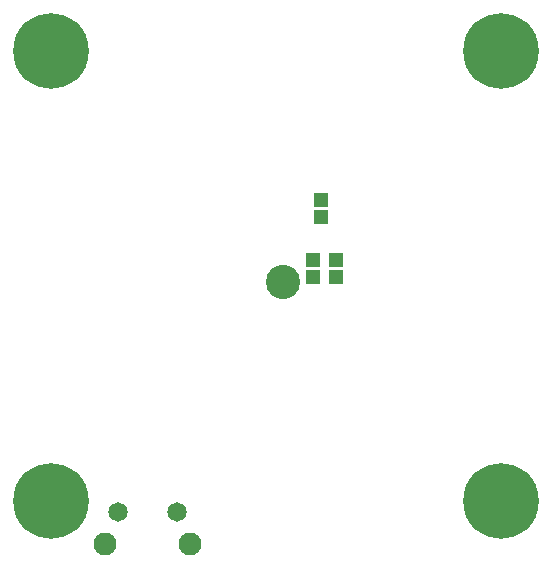
<source format=gbs>
G04 #@! TF.FileFunction,Soldermask,Bot*
%FSLAX46Y46*%
G04 Gerber Fmt 4.6, Leading zero omitted, Abs format (unit mm)*
G04 Created by KiCad (PCBNEW 4.0.7) date 07/18/19 16:41:38*
%MOMM*%
%LPD*%
G01*
G04 APERTURE LIST*
%ADD10C,0.100000*%
%ADD11C,2.900000*%
%ADD12C,6.400000*%
%ADD13R,1.150000X1.200000*%
%ADD14C,1.950000*%
%ADD15C,1.650000*%
G04 APERTURE END LIST*
D10*
D11*
X145380000Y-100825000D03*
D12*
X163830000Y-119380000D03*
X125730000Y-119380000D03*
X125730000Y-81280000D03*
D13*
X147955000Y-100445000D03*
X147955000Y-98945000D03*
X149860000Y-100445000D03*
X149860000Y-98945000D03*
X148590000Y-93865000D03*
X148590000Y-95365000D03*
D14*
X137483800Y-123012200D03*
X130333800Y-123012200D03*
D15*
X131408800Y-120312200D03*
X136408800Y-120312200D03*
D12*
X163830000Y-81280000D03*
M02*

</source>
